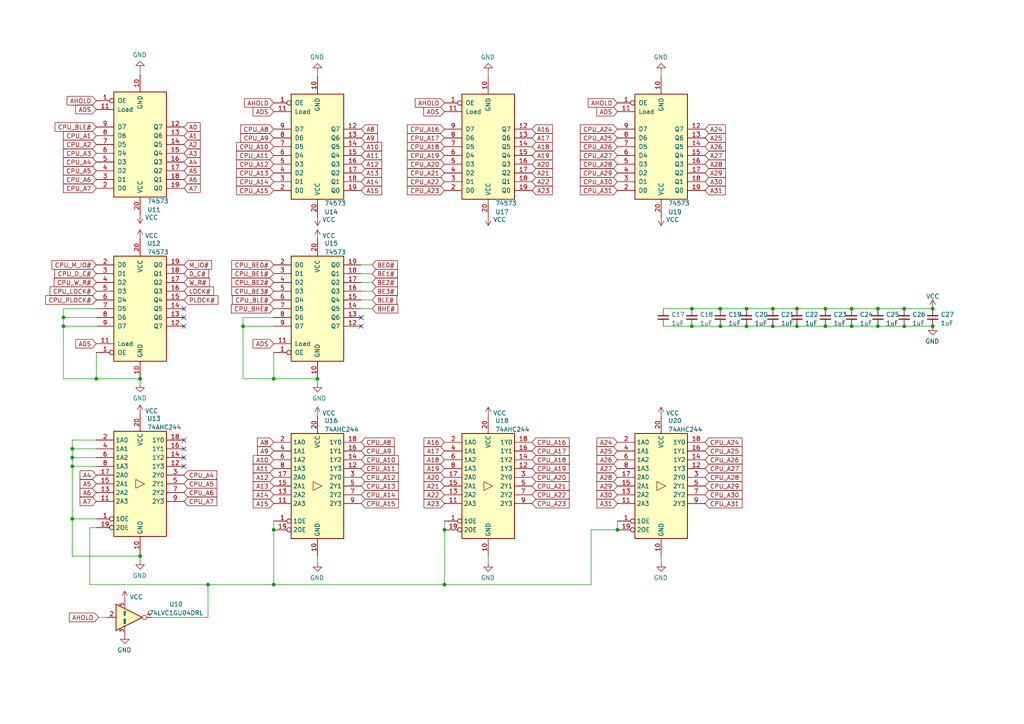
<source format=kicad_sch>
(kicad_sch (version 20211123) (generator eeschema)
  (paper "A4")
  (lib_symbols
    (symbol "74xGxx:74LVC1GU04DRL"
      (property "Reference" "U" (at -2.54 5.08 0))
      (property "Value" "74LVC1GU04DRL" (at 8.89 5.08 0))
      (symbol "74LVC1GU04DRL_0_1"
        (rectangle (start -2.54 3.81) (end -2.54 -3.81) (stroke (width 0.254)) (fill (type background)))
        (polyline (pts (xy -2.54 -3.81) (xy 5.08 0) (xy -2.54 3.81)) (stroke (width 0.254)) (fill (type background)))
        (circle (center 5.715 0) (radius 0.635))
      )
      (symbol "74LVC1GU04DRL_1_1"
        (pin no_connect line (at 5.08 0 180) (length 2.54) hide (name "NC") (number "1"))
        (pin input line (at -5.08 0 0) (length 2.54) (name "~") (number "2"))
        (pin power_in line (at 0 -5.08 90) (length 2.54) (name "GND") (number "3"))
        (pin output line (at 7.62 0 180) (length 1.27) (name "~") (number "4"))
        (pin power_in line (at 0 5.08 270) (length 2.54) (name "VCC") (number "5"))
      )
    )
    (symbol "74xx:74AHC244"
      (property "Reference" "U" (at -7.62 16.51 0))
      (property "Value" "74AHC244" (at -7.62 -16.51 0))
      (symbol "74AHC244_1_0"
        (polyline (pts (xy 1.27 0) (xy -1.27 1.27) (xy -1.27 -1.27) (xy 1.27 0)) (stroke (width 0.1524)))
        (pin input inverted (at -12.7 -10.16 0) (length 5.08) (name "1OE") (number "1"))
        (pin power_in line (at 0 -20.32 90) (length 5.08) (name "GND") (number "10"))
        (pin input line (at -12.7 -5.08 0) (length 5.08) (name "2A3") (number "11"))
        (pin tri_state line (at 12.7 5.08 180) (length 5.08) (name "1Y3") (number "12"))
        (pin input line (at -12.7 -2.54 0) (length 5.08) (name "2A2") (number "13"))
        (pin tri_state line (at 12.7 7.62 180) (length 5.08) (name "1Y2") (number "14"))
        (pin input line (at -12.7 0 0) (length 5.08) (name "2A1") (number "15"))
        (pin tri_state line (at 12.7 10.16 180) (length 5.08) (name "1Y1") (number "16"))
        (pin input line (at -12.7 2.54 0) (length 5.08) (name "2A0") (number "17"))
        (pin tri_state line (at 12.7 12.7 180) (length 5.08) (name "1Y0") (number "18"))
        (pin input inverted (at -12.7 -12.7 0) (length 5.08) (name "2OE") (number "19"))
        (pin input line (at -12.7 12.7 0) (length 5.08) (name "1A0") (number "2"))
        (pin power_in line (at 0 20.32 270) (length 5.08) (name "VCC") (number "20"))
        (pin tri_state line (at 12.7 2.54 180) (length 5.08) (name "2Y0") (number "3"))
        (pin input line (at -12.7 10.16 0) (length 5.08) (name "1A1") (number "4"))
        (pin tri_state line (at 12.7 0 180) (length 5.08) (name "2Y1") (number "5"))
        (pin input line (at -12.7 7.62 0) (length 5.08) (name "1A2") (number "6"))
        (pin tri_state line (at 12.7 -2.54 180) (length 5.08) (name "2Y2") (number "7"))
        (pin input line (at -12.7 5.08 0) (length 5.08) (name "1A3") (number "8"))
        (pin tri_state line (at 12.7 -5.08 180) (length 5.08) (name "2Y3") (number "9"))
      )
      (symbol "74AHC244_1_1"
        (rectangle (start -7.62 15.24) (end 7.62 -15.24) (stroke (width 0.254)) (fill (type background)))
      )
    )
    (symbol "74xx:74LS573" (pin_names (offset 1.016))
      (property "Reference" "U" (at -7.62 16.51 0))
      (property "Value" "74LS573" (at -7.62 -16.51 0))
      (symbol "74LS573_1_0"
        (pin input inverted (at -12.7 -12.7 0) (length 5.08) (name "OE") (number "1"))
        (pin power_in line (at 0 -20.32 90) (length 5.08) (name "GND") (number "10"))
        (pin input line (at -12.7 -10.16 0) (length 5.08) (name "Load") (number "11"))
        (pin tri_state line (at 12.7 -5.08 180) (length 5.08) (name "Q7") (number "12"))
        (pin tri_state line (at 12.7 -2.54 180) (length 5.08) (name "Q6") (number "13"))
        (pin tri_state line (at 12.7 0 180) (length 5.08) (name "Q5") (number "14"))
        (pin tri_state line (at 12.7 2.54 180) (length 5.08) (name "Q4") (number "15"))
        (pin tri_state line (at 12.7 5.08 180) (length 5.08) (name "Q3") (number "16"))
        (pin tri_state line (at 12.7 7.62 180) (length 5.08) (name "Q2") (number "17"))
        (pin tri_state line (at 12.7 10.16 180) (length 5.08) (name "Q1") (number "18"))
        (pin tri_state line (at 12.7 12.7 180) (length 5.08) (name "Q0") (number "19"))
        (pin input line (at -12.7 12.7 0) (length 5.08) (name "D0") (number "2"))
        (pin power_in line (at 0 20.32 270) (length 5.08) (name "VCC") (number "20"))
        (pin input line (at -12.7 10.16 0) (length 5.08) (name "D1") (number "3"))
        (pin input line (at -12.7 7.62 0) (length 5.08) (name "D2") (number "4"))
        (pin input line (at -12.7 5.08 0) (length 5.08) (name "D3") (number "5"))
        (pin input line (at -12.7 2.54 0) (length 5.08) (name "D4") (number "6"))
        (pin input line (at -12.7 0 0) (length 5.08) (name "D5") (number "7"))
        (pin input line (at -12.7 -2.54 0) (length 5.08) (name "D6") (number "8"))
        (pin input line (at -12.7 -5.08 0) (length 5.08) (name "D7") (number "9"))
      )
      (symbol "74LS573_1_1"
        (rectangle (start -7.62 15.24) (end 7.62 -15.24) (stroke (width 0.254)) (fill (type background)))
      )
    )
    (symbol "Device:C_Small" (pin_numbers hide) (pin_names (offset 0.254) hide)
      (property "Reference" "C" (at 0.254 1.778 0))
      (property "Value" "C_Small" (at 0.254 -2.032 0))
      (symbol "C_Small_0_1"
        (polyline (pts (xy -1.524 -0.508) (xy 1.524 -0.508)) (stroke (width 0.3302)))
        (polyline (pts (xy -1.524 0.508) (xy 1.524 0.508)) (stroke (width 0.3048)))
      )
      (symbol "C_Small_1_1"
        (pin passive line (at 0 2.54 270) (length 2.032) (name "~") (number "1"))
        (pin passive line (at 0 -2.54 90) (length 2.032) (name "~") (number "2"))
      )
    )
    (symbol "power:GND" (power) (pin_names (offset 0))
      (property "Value" "GND" (at 0 -3.81 0))
      (symbol "GND_0_1"
        (polyline (pts (xy 0 0) (xy 0 -1.27) (xy 1.27 -1.27) (xy 0 -2.54) (xy -1.27 -1.27) (xy 0 -1.27)))
      )
      (symbol "GND_1_1"
        (pin power_in line (at 0 0 270) (length 0) hide (name "GND") (number "1"))
      )
    )
    (symbol "power:VCC" (power) (pin_names (offset 0))
      (property "Value" "VCC" (at 0 3.81 0))
      (symbol "VCC_0_1"
        (polyline (pts (xy -0.762 1.27) (xy 0 2.54)))
        (polyline (pts (xy 0 0) (xy 0 2.54)))
        (polyline (pts (xy 0 2.54) (xy 0.762 1.27)))
      )
      (symbol "VCC_1_1"
        (pin power_in line (at 0 0 90) (length 0) hide (name "VCC") (number "1"))
      )
    )
  )
  (junction (at 254.635 94.615))
  (junction (at 262.255 94.615))
  (junction (at 239.395 89.535))
  (junction (at 224.155 89.535))
  (junction (at 254.635 89.535))
  (junction (at 179.07 153.67))
  (junction (at 247.015 94.615))
  (junction (at 20.955 130.175))
  (junction (at 239.395 94.615))
  (junction (at 224.155 94.615))
  (junction (at 216.535 89.535))
  (junction (at 92.075 109.855))
  (junction (at 79.375 109.855))
  (junction (at 270.51 94.615))
  (junction (at 70.485 94.615))
  (junction (at 20.955 132.715))
  (junction (at 40.64 161.29))
  (junction (at 40.64 109.855))
  (junction (at 208.915 89.535))
  (junction (at 270.51 89.535))
  (junction (at 79.375 169.545))
  (junction (at 208.915 94.615))
  (junction (at 79.375 153.67))
  (junction (at 60.325 169.545))
  (junction (at 216.535 94.615))
  (junction (at 18.415 92.075))
  (junction (at 20.955 150.495))
  (junction (at 128.905 153.67))
  (junction (at 231.14 94.615))
  (junction (at 128.905 169.545))
  (junction (at 262.255 89.535))
  (junction (at 231.14 89.535))
  (junction (at 27.94 109.855))
  (junction (at 200.66 94.615))
  (junction (at 18.415 94.615))
  (junction (at 247.015 89.535))
  (junction (at 200.66 89.535))
  (junction (at 20.955 135.255))
  (no_connect (at 104.775 94.615))
  (no_connect (at 53.34 135.255))
  (no_connect (at 53.34 127.635))
  (no_connect (at 53.34 94.615))
  (no_connect (at 104.775 92.075))
  (no_connect (at 53.34 89.535))
  (no_connect (at 53.34 132.715))
  (no_connect (at 53.34 130.175))
  (no_connect (at 53.34 92.075))
  (wire (pts (xy 27.94 89.535) (xy 18.415 89.535)))
  (wire (pts (xy 20.955 135.255) (xy 27.94 135.255)))
  (wire (pts (xy 107.95 86.995) (xy 104.775 86.995)))
  (wire (pts (xy 18.415 94.615) (xy 18.415 109.855)))
  (wire (pts (xy 20.955 132.715) (xy 27.94 132.715)))
  (wire (pts (xy 60.325 179.07) (xy 60.325 169.545)))
  (wire (pts (xy 141.605 20.955) (xy 141.605 22.225)))
  (wire (pts (xy 40.64 161.29) (xy 40.64 162.56)))
  (wire (pts (xy 92.075 163.195) (xy 92.075 161.29)))
  (wire (pts (xy 70.485 109.855) (xy 79.375 109.855)))
  (wire (pts (xy 26.035 169.545) (xy 60.325 169.545)))
  (wire (pts (xy 18.415 94.615) (xy 27.94 94.615)))
  (wire (pts (xy 171.45 169.545) (xy 171.45 153.67)))
  (wire (pts (xy 191.77 20.955) (xy 191.77 22.225)))
  (wire (pts (xy 27.94 109.855) (xy 40.64 109.855)))
  (wire (pts (xy 27.94 102.235) (xy 27.94 109.855)))
  (wire (pts (xy 200.66 89.535) (xy 208.915 89.535)))
  (wire (pts (xy 92.075 111.125) (xy 92.075 109.855)))
  (wire (pts (xy 20.955 132.715) (xy 20.955 130.175)))
  (wire (pts (xy 171.45 153.67) (xy 179.07 153.67)))
  (wire (pts (xy 247.015 94.615) (xy 254.635 94.615)))
  (wire (pts (xy 192.405 89.535) (xy 200.66 89.535)))
  (wire (pts (xy 79.375 169.545) (xy 128.905 169.545)))
  (wire (pts (xy 262.255 94.615) (xy 270.51 94.615)))
  (wire (pts (xy 179.07 151.13) (xy 179.07 153.67)))
  (wire (pts (xy 27.94 153.035) (xy 26.035 153.035)))
  (wire (pts (xy 20.955 135.255) (xy 20.955 132.715)))
  (wire (pts (xy 231.14 94.615) (xy 239.395 94.615)))
  (wire (pts (xy 128.905 151.13) (xy 128.905 153.67)))
  (wire (pts (xy 18.415 89.535) (xy 18.415 92.075)))
  (wire (pts (xy 20.955 150.495) (xy 20.955 135.255)))
  (wire (pts (xy 107.95 79.375) (xy 104.775 79.375)))
  (wire (pts (xy 26.035 153.035) (xy 26.035 169.545)))
  (wire (pts (xy 191.77 161.29) (xy 191.77 163.195)))
  (wire (pts (xy 231.14 89.535) (xy 239.395 89.535)))
  (wire (pts (xy 262.255 89.535) (xy 270.51 89.535)))
  (wire (pts (xy 79.375 102.235) (xy 79.375 109.855)))
  (wire (pts (xy 192.405 94.615) (xy 200.66 94.615)))
  (wire (pts (xy 254.635 89.535) (xy 262.255 89.535)))
  (wire (pts (xy 224.155 94.615) (xy 231.14 94.615)))
  (wire (pts (xy 79.375 151.13) (xy 79.375 153.67)))
  (wire (pts (xy 224.155 89.535) (xy 231.14 89.535)))
  (wire (pts (xy 107.95 84.455) (xy 104.775 84.455)))
  (wire (pts (xy 60.325 169.545) (xy 79.375 169.545)))
  (wire (pts (xy 18.415 109.855) (xy 27.94 109.855)))
  (wire (pts (xy 28.575 179.07) (xy 31.115 179.07)))
  (wire (pts (xy 107.95 76.835) (xy 104.775 76.835)))
  (wire (pts (xy 208.915 89.535) (xy 216.535 89.535)))
  (wire (pts (xy 79.375 109.855) (xy 92.075 109.855)))
  (wire (pts (xy 43.815 179.07) (xy 60.325 179.07)))
  (wire (pts (xy 20.955 130.175) (xy 27.94 130.175)))
  (wire (pts (xy 141.605 163.195) (xy 141.605 161.29)))
  (wire (pts (xy 20.955 127.635) (xy 27.94 127.635)))
  (wire (pts (xy 208.915 94.615) (xy 216.535 94.615)))
  (wire (pts (xy 40.64 160.655) (xy 40.64 161.29)))
  (wire (pts (xy 200.66 94.615) (xy 208.915 94.615)))
  (wire (pts (xy 107.95 89.535) (xy 104.775 89.535)))
  (wire (pts (xy 128.905 153.67) (xy 128.905 169.545)))
  (wire (pts (xy 40.64 161.29) (xy 20.955 161.29)))
  (wire (pts (xy 70.485 94.615) (xy 70.485 109.855)))
  (wire (pts (xy 79.375 169.545) (xy 79.375 153.67)))
  (wire (pts (xy 79.375 92.075) (xy 70.485 92.075)))
  (wire (pts (xy 70.485 92.075) (xy 70.485 94.615)))
  (wire (pts (xy 18.415 92.075) (xy 18.415 94.615)))
  (wire (pts (xy 92.075 20.955) (xy 92.075 22.225)))
  (wire (pts (xy 18.415 92.075) (xy 27.94 92.075)))
  (wire (pts (xy 107.95 81.915) (xy 104.775 81.915)))
  (wire (pts (xy 216.535 94.615) (xy 224.155 94.615)))
  (wire (pts (xy 27.94 150.495) (xy 20.955 150.495)))
  (wire (pts (xy 239.395 94.615) (xy 247.015 94.615)))
  (wire (pts (xy 20.955 130.175) (xy 20.955 127.635)))
  (wire (pts (xy 40.64 21.59) (xy 40.64 20.32)))
  (wire (pts (xy 40.64 111.125) (xy 40.64 109.855)))
  (wire (pts (xy 70.485 94.615) (xy 79.375 94.615)))
  (wire (pts (xy 128.905 169.545) (xy 171.45 169.545)))
  (wire (pts (xy 20.955 161.29) (xy 20.955 150.495)))
  (wire (pts (xy 239.395 89.535) (xy 247.015 89.535)))
  (wire (pts (xy 247.015 89.535) (xy 254.635 89.535)))
  (wire (pts (xy 216.535 89.535) (xy 224.155 89.535)))
  (wire (pts (xy 254.635 94.615) (xy 262.255 94.615)))
  (global_label "A2" (shape input) (at 53.34 41.91 0) (property "Intersheet References" "${INTERSHEET_REFS}" (effects hide)))
  (global_label "CPU_A7" (shape input) (at 27.94 54.61 180) (property "Intersheet References" "${INTERSHEET_REFS}" (effects hide)))
  (global_label "CPU_A27" (shape input) (at 179.07 45.085 180) (property "Intersheet References" "${INTERSHEET_REFS}" (effects hide)))
  (global_label "A19" (shape input) (at 128.905 135.89 180) (property "Intersheet References" "${INTERSHEET_REFS}" (effects hide)))
  (global_label "CPU_A16" (shape input) (at 128.905 37.465 180) (property "Intersheet References" "${INTERSHEET_REFS}" (effects hide)))
  (global_label "CPU_A21" (shape input) (at 154.305 140.97 0) (property "Intersheet References" "${INTERSHEET_REFS}" (effects hide)))
  (global_label "LOCK#" (shape input) (at 53.34 84.455 0) (property "Intersheet References" "${INTERSHEET_REFS}" (effects hide)))
  (global_label "CPU_A8" (shape input) (at 79.375 37.465 180) (property "Intersheet References" "${INTERSHEET_REFS}" (effects hide)))
  (global_label "A27" (shape input) (at 204.47 45.085 0) (property "Intersheet References" "${INTERSHEET_REFS}" (effects hide)))
  (global_label "CPU_A5" (shape input) (at 27.94 49.53 180) (property "Intersheet References" "${INTERSHEET_REFS}" (effects hide)))
  (global_label "CPU_A6" (shape input) (at 53.34 142.875 0) (property "Intersheet References" "${INTERSHEET_REFS}" (effects hide)))
  (global_label "A10" (shape input) (at 104.775 42.545 0) (property "Intersheet References" "${INTERSHEET_REFS}" (effects hide)))
  (global_label "A14" (shape input) (at 104.775 52.705 0) (property "Intersheet References" "${INTERSHEET_REFS}" (effects hide)))
  (global_label "CPU_A20" (shape input) (at 128.905 47.625 180) (property "Intersheet References" "${INTERSHEET_REFS}" (effects hide)))
  (global_label "A0" (shape input) (at 53.34 36.83 0) (property "Intersheet References" "${INTERSHEET_REFS}" (effects hide)))
  (global_label "CPU_A31" (shape input) (at 204.47 146.05 0) (property "Intersheet References" "${INTERSHEET_REFS}" (effects hide)))
  (global_label "CPU_A2" (shape input) (at 27.94 41.91 180) (property "Intersheet References" "${INTERSHEET_REFS}" (effects hide)))
  (global_label "CPU_A4" (shape input) (at 53.34 137.795 0) (property "Intersheet References" "${INTERSHEET_REFS}" (effects hide)))
  (global_label "CPU_BLE#" (shape input) (at 27.94 36.83 180) (property "Intersheet References" "${INTERSHEET_REFS}" (effects hide)))
  (global_label "A12" (shape input) (at 79.375 138.43 180) (property "Intersheet References" "${INTERSHEET_REFS}" (effects hide)))
  (global_label "BE1#" (shape input) (at 107.95 79.375 0) (property "Intersheet References" "${INTERSHEET_REFS}" (effects hide)))
  (global_label "CPU_A21" (shape input) (at 128.905 50.165 180) (property "Intersheet References" "${INTERSHEET_REFS}" (effects hide)))
  (global_label "PLOCK#" (shape input) (at 53.34 86.995 0) (property "Intersheet References" "${INTERSHEET_REFS}" (effects hide)))
  (global_label "CPU_W_R#" (shape input) (at 27.94 81.915 180) (property "Intersheet References" "${INTERSHEET_REFS}" (effects hide)))
  (global_label "CPU_A28" (shape input) (at 204.47 138.43 0) (property "Intersheet References" "${INTERSHEET_REFS}" (effects hide)))
  (global_label "CPU_A28" (shape input) (at 179.07 47.625 180) (property "Intersheet References" "${INTERSHEET_REFS}" (effects hide)))
  (global_label "CPU_A12" (shape input) (at 79.375 47.625 180) (property "Intersheet References" "${INTERSHEET_REFS}" (effects hide)))
  (global_label "AHOLD" (shape input) (at 28.575 179.07 180) (property "Intersheet References" "${INTERSHEET_REFS}" (effects hide)))
  (global_label "A18" (shape input) (at 154.305 42.545 0) (property "Intersheet References" "${INTERSHEET_REFS}" (effects hide)))
  (global_label "A14" (shape input) (at 79.375 143.51 180) (property "Intersheet References" "${INTERSHEET_REFS}" (effects hide)))
  (global_label "A24" (shape input) (at 179.07 128.27 180) (property "Intersheet References" "${INTERSHEET_REFS}" (effects hide)))
  (global_label "CPU_A3" (shape input) (at 27.94 44.45 180) (property "Intersheet References" "${INTERSHEET_REFS}" (effects hide)))
  (global_label "CPU_A16" (shape input) (at 154.305 128.27 0) (property "Intersheet References" "${INTERSHEET_REFS}" (effects hide)))
  (global_label "A31" (shape input) (at 179.07 146.05 180) (property "Intersheet References" "${INTERSHEET_REFS}" (effects hide)))
  (global_label "CPU_A24" (shape input) (at 179.07 37.465 180) (property "Intersheet References" "${INTERSHEET_REFS}" (effects hide)))
  (global_label "M_IO#" (shape input) (at 53.34 76.835 0) (property "Intersheet References" "${INTERSHEET_REFS}" (effects hide)))
  (global_label "CPU_A9" (shape input) (at 104.775 130.81 0) (property "Intersheet References" "${INTERSHEET_REFS}" (effects hide)))
  (global_label "A1" (shape input) (at 53.34 39.37 0) (property "Intersheet References" "${INTERSHEET_REFS}" (effects hide)))
  (global_label "A17" (shape input) (at 128.905 130.81 180) (property "Intersheet References" "${INTERSHEET_REFS}" (effects hide)))
  (global_label "A28" (shape input) (at 179.07 138.43 180) (property "Intersheet References" "${INTERSHEET_REFS}" (effects hide)))
  (global_label "CPU_A9" (shape input) (at 79.375 40.005 180) (property "Intersheet References" "${INTERSHEET_REFS}" (effects hide)))
  (global_label "A7" (shape input) (at 27.94 145.415 180) (property "Intersheet References" "${INTERSHEET_REFS}" (effects hide)))
  (global_label "AHOLD" (shape input) (at 179.07 29.845 180) (property "Intersheet References" "${INTERSHEET_REFS}" (effects hide)))
  (global_label "A22" (shape input) (at 128.905 143.51 180) (property "Intersheet References" "${INTERSHEET_REFS}" (effects hide)))
  (global_label "CPU_A12" (shape input) (at 104.775 138.43 0) (property "Intersheet References" "${INTERSHEET_REFS}" (effects hide)))
  (global_label "ADS" (shape input) (at 179.07 32.385 180) (property "Intersheet References" "${INTERSHEET_REFS}" (effects hide)))
  (global_label "BE0#" (shape input) (at 107.95 76.835 0) (property "Intersheet References" "${INTERSHEET_REFS}" (effects hide)))
  (global_label "CPU_A29" (shape input) (at 204.47 140.97 0) (property "Intersheet References" "${INTERSHEET_REFS}" (effects hide)))
  (global_label "CPU_A15" (shape input) (at 104.775 146.05 0) (property "Intersheet References" "${INTERSHEET_REFS}" (effects hide)))
  (global_label "CPU_A4" (shape input) (at 27.94 46.99 180) (property "Intersheet References" "${INTERSHEET_REFS}" (effects hide)))
  (global_label "A25" (shape input) (at 179.07 130.81 180) (property "Intersheet References" "${INTERSHEET_REFS}" (effects hide)))
  (global_label "CPU_A22" (shape input) (at 128.905 52.705 180) (property "Intersheet References" "${INTERSHEET_REFS}" (effects hide)))
  (global_label "A30" (shape input) (at 204.47 52.705 0) (property "Intersheet References" "${INTERSHEET_REFS}" (effects hide)))
  (global_label "CPU_A10" (shape input) (at 79.375 42.545 180) (property "Intersheet References" "${INTERSHEET_REFS}" (effects hide)))
  (global_label "A7" (shape input) (at 53.34 54.61 0) (property "Intersheet References" "${INTERSHEET_REFS}" (effects hide)))
  (global_label "A15" (shape input) (at 79.375 146.05 180) (property "Intersheet References" "${INTERSHEET_REFS}" (effects hide)))
  (global_label "CPU_A30" (shape input) (at 179.07 52.705 180) (property "Intersheet References" "${INTERSHEET_REFS}" (effects hide)))
  (global_label "CPU_A23" (shape input) (at 128.905 55.245 180) (property "Intersheet References" "${INTERSHEET_REFS}" (effects hide)))
  (global_label "A21" (shape input) (at 154.305 50.165 0) (property "Intersheet References" "${INTERSHEET_REFS}" (effects hide)))
  (global_label "CPU_LOCK#" (shape input) (at 27.94 84.455 180) (property "Intersheet References" "${INTERSHEET_REFS}" (effects hide)))
  (global_label "A29" (shape input) (at 204.47 50.165 0) (property "Intersheet References" "${INTERSHEET_REFS}" (effects hide)))
  (global_label "ADS" (shape input) (at 27.94 31.75 180) (property "Intersheet References" "${INTERSHEET_REFS}" (effects hide)))
  (global_label "AHOLD" (shape input) (at 27.94 29.21 180) (property "Intersheet References" "${INTERSHEET_REFS}" (effects hide)))
  (global_label "A11" (shape input) (at 104.775 45.085 0) (property "Intersheet References" "${INTERSHEET_REFS}" (effects hide)))
  (global_label "A8" (shape input) (at 104.775 37.465 0) (property "Intersheet References" "${INTERSHEET_REFS}" (effects hide)))
  (global_label "CPU_A13" (shape input) (at 79.375 50.165 180) (property "Intersheet References" "${INTERSHEET_REFS}" (effects hide)))
  (global_label "A23" (shape input) (at 128.905 146.05 180) (property "Intersheet References" "${INTERSHEET_REFS}" (effects hide)))
  (global_label "A19" (shape input) (at 154.305 45.085 0) (property "Intersheet References" "${INTERSHEET_REFS}" (effects hide)))
  (global_label "CPU_D_C#" (shape input) (at 27.94 79.375 180) (property "Intersheet References" "${INTERSHEET_REFS}" (effects hide)))
  (global_label "A26" (shape input) (at 204.47 42.545 0) (property "Intersheet References" "${INTERSHEET_REFS}" (effects hide)))
  (global_label "CPU_A19" (shape input) (at 128.905 45.085 180) (property "Intersheet References" "${INTERSHEET_REFS}" (effects hide)))
  (global_label "A10" (shape input) (at 79.375 133.35 180) (property "Intersheet References" "${INTERSHEET_REFS}" (effects hide)))
  (global_label "CPU_A22" (shape input) (at 154.305 143.51 0) (property "Intersheet References" "${INTERSHEET_REFS}" (effects hide)))
  (global_label "A24" (shape input) (at 204.47 37.465 0) (property "Intersheet References" "${INTERSHEET_REFS}" (effects hide)))
  (global_label "BE2#" (shape input) (at 107.95 81.915 0) (property "Intersheet References" "${INTERSHEET_REFS}" (effects hide)))
  (global_label "CPU_A11" (shape input) (at 79.375 45.085 180) (property "Intersheet References" "${INTERSHEET_REFS}" (effects hide)))
  (global_label "ADS" (shape input) (at 27.94 99.695 180) (property "Intersheet References" "${INTERSHEET_REFS}" (effects hide)))
  (global_label "A5" (shape input) (at 53.34 49.53 0) (property "Intersheet References" "${INTERSHEET_REFS}" (effects hide)))
  (global_label "A4" (shape input) (at 27.94 137.795 180) (property "Intersheet References" "${INTERSHEET_REFS}" (effects hide)))
  (global_label "CPU_A8" (shape input) (at 104.775 128.27 0) (property "Intersheet References" "${INTERSHEET_REFS}" (effects hide)))
  (global_label "CPU_A30" (shape input) (at 204.47 143.51 0) (property "Intersheet References" "${INTERSHEET_REFS}" (effects hide)))
  (global_label "CPU_BE0#" (shape input) (at 79.375 76.835 180) (property "Intersheet References" "${INTERSHEET_REFS}" (effects hide)))
  (global_label "A11" (shape input) (at 79.375 135.89 180) (property "Intersheet References" "${INTERSHEET_REFS}" (effects hide)))
  (global_label "CPU_BE2#" (shape input) (at 79.375 81.915 180) (property "Intersheet References" "${INTERSHEET_REFS}" (effects hide)))
  (global_label "CPU_A24" (shape input) (at 204.47 128.27 0) (property "Intersheet References" "${INTERSHEET_REFS}" (effects hide)))
  (global_label "BLE#" (shape input) (at 107.95 86.995 0) (property "Intersheet References" "${INTERSHEET_REFS}" (effects hide)))
  (global_label "CPU_A31" (shape input) (at 179.07 55.245 180) (property "Intersheet References" "${INTERSHEET_REFS}" (effects hide)))
  (global_label "A4" (shape input) (at 53.34 46.99 0) (property "Intersheet References" "${INTERSHEET_REFS}" (effects hide)))
  (global_label "ADS" (shape input) (at 79.375 32.385 180) (property "Intersheet References" "${INTERSHEET_REFS}" (effects hide)))
  (global_label "CPU_A26" (shape input) (at 179.07 42.545 180) (property "Intersheet References" "${INTERSHEET_REFS}" (effects hide)))
  (global_label "A20" (shape input) (at 154.305 47.625 0) (property "Intersheet References" "${INTERSHEET_REFS}" (effects hide)))
  (global_label "CPU_A5" (shape input) (at 53.34 140.335 0) (property "Intersheet References" "${INTERSHEET_REFS}" (effects hide)))
  (global_label "A13" (shape input) (at 104.775 50.165 0) (property "Intersheet References" "${INTERSHEET_REFS}" (effects hide)))
  (global_label "A17" (shape input) (at 154.305 40.005 0) (property "Intersheet References" "${INTERSHEET_REFS}" (effects hide)))
  (global_label "A31" (shape input) (at 204.47 55.245 0) (property "Intersheet References" "${INTERSHEET_REFS}" (effects hide)))
  (global_label "A30" (shape input) (at 179.07 143.51 180) (property "Intersheet References" "${INTERSHEET_REFS}" (effects hide)))
  (global_label "A29" (shape input) (at 179.07 140.97 180) (property "Intersheet References" "${INTERSHEET_REFS}" (effects hide)))
  (global_label "A16" (shape input) (at 128.905 128.27 180) (property "Intersheet References" "${INTERSHEET_REFS}" (effects hide)))
  (global_label "A8" (shape input) (at 79.375 128.27 180) (property "Intersheet References" "${INTERSHEET_REFS}" (effects hide)))
  (global_label "CPU_BHE#" (shape input) (at 79.375 89.535 180) (property "Intersheet References" "${INTERSHEET_REFS}" (effects hide)))
  (global_label "A6" (shape input) (at 27.94 142.875 180) (property "Intersheet References" "${INTERSHEET_REFS}" (effects hide)))
  (global_label "CPU_A15" (shape input) (at 79.375 55.245 180) (property "Intersheet References" "${INTERSHEET_REFS}" (effects hide)))
  (global_label "A9" (shape input) (at 104.775 40.005 0) (property "Intersheet References" "${INTERSHEET_REFS}" (effects hide)))
  (global_label "CPU_A20" (shape input) (at 154.305 138.43 0) (property "Intersheet References" "${INTERSHEET_REFS}" (effects hide)))
  (global_label "CPU_A18" (shape input) (at 128.905 42.545 180) (property "Intersheet References" "${INTERSHEET_REFS}" (effects hide)))
  (global_label "CPU_A7" (shape input) (at 53.34 145.415 0) (property "Intersheet References" "${INTERSHEET_REFS}" (effects hide)))
  (global_label "CPU_A10" (shape input) (at 104.775 133.35 0) (property "Intersheet References" "${INTERSHEET_REFS}" (effects hide)))
  (global_label "BHE#" (shape input) (at 107.95 89.535 0) (property "Intersheet References" "${INTERSHEET_REFS}" (effects hide)))
  (global_label "CPU_A14" (shape input) (at 104.775 143.51 0) (property "Intersheet References" "${INTERSHEET_REFS}" (effects hide)))
  (global_label "CPU_BE3#" (shape input) (at 79.375 84.455 180) (property "Intersheet References" "${INTERSHEET_REFS}" (effects hide)))
  (global_label "CPU_A26" (shape input) (at 204.47 133.35 0) (property "Intersheet References" "${INTERSHEET_REFS}" (effects hide)))
  (global_label "A16" (shape input) (at 154.305 37.465 0) (property "Intersheet References" "${INTERSHEET_REFS}" (effects hide)))
  (global_label "A20" (shape input) (at 128.905 138.43 180) (property "Intersheet References" "${INTERSHEET_REFS}" (effects hide)))
  (global_label "A18" (shape input) (at 128.905 133.35 180) (property "Intersheet References" "${INTERSHEET_REFS}" (effects hide)))
  (global_label "A5" (shape input) (at 27.94 140.335 180) (property "Intersheet References" "${INTERSHEET_REFS}" (effects hide)))
  (global_label "CPU_A23" (shape input) (at 154.305 146.05 0) (property "Intersheet References" "${INTERSHEET_REFS}" (effects hide)))
  (global_label "CPU_A1" (shape input) (at 27.94 39.37 180) (property "Intersheet References" "${INTERSHEET_REFS}" (effects hide)))
  (global_label "A6" (shape input) (at 53.34 52.07 0) (property "Intersheet References" "${INTERSHEET_REFS}" (effects hide)))
  (global_label "ADS" (shape input) (at 79.375 99.695 180) (property "Intersheet References" "${INTERSHEET_REFS}" (effects hide)))
  (global_label "CPU_A14" (shape input) (at 79.375 52.705 180) (property "Intersheet References" "${INTERSHEET_REFS}" (effects hide)))
  (global_label "A12" (shape input) (at 104.775 47.625 0) (property "Intersheet References" "${INTERSHEET_REFS}" (effects hide)))
  (global_label "AHOLD" (shape input) (at 79.375 29.845 180) (property "Intersheet References" "${INTERSHEET_REFS}" (effects hide)))
  (global_label "CPU_A25" (shape input) (at 204.47 130.81 0) (property "Intersheet References" "${INTERSHEET_REFS}" (effects hide)))
  (global_label "W_R#" (shape input) (at 53.34 81.915 0) (property "Intersheet References" "${INTERSHEET_REFS}" (effects hide)))
  (global_label "CPU_A18" (shape input) (at 154.305 133.35 0) (property "Intersheet References" "${INTERSHEET_REFS}" (effects hide)))
  (global_label "A27" (shape input) (at 179.07 135.89 180) (property "Intersheet References" "${INTERSHEET_REFS}" (effects hide)))
  (global_label "A13" (shape input) (at 79.375 140.97 180) (property "Intersheet References" "${INTERSHEET_REFS}" (effects hide)))
  (global_label "CPU_PLOCK#" (shape input) (at 27.94 86.995 180) (property "Intersheet References" "${INTERSHEET_REFS}" (effects hide)))
  (global_label "CPU_A29" (shape input) (at 179.07 50.165 180) (property "Intersheet References" "${INTERSHEET_REFS}" (effects hide)))
  (global_label "CPU_A17" (shape input) (at 128.905 40.005 180) (property "Intersheet References" "${INTERSHEET_REFS}" (effects hide)))
  (global_label "A23" (shape input) (at 154.305 55.245 0) (property "Intersheet References" "${INTERSHEET_REFS}" (effects hide)))
  (global_label "A15" (shape input) (at 104.775 55.245 0) (property "Intersheet References" "${INTERSHEET_REFS}" (effects hide)))
  (global_label "AHOLD" (shape input) (at 128.905 29.845 180) (property "Intersheet References" "${INTERSHEET_REFS}" (effects hide)))
  (global_label "CPU_M_IO#" (shape input) (at 27.94 76.835 180) (property "Intersheet References" "${INTERSHEET_REFS}" (effects hide)))
  (global_label "BE3#" (shape input) (at 107.95 84.455 0) (property "Intersheet References" "${INTERSHEET_REFS}" (effects hide)))
  (global_label "CPU_A17" (shape input) (at 154.305 130.81 0) (property "Intersheet References" "${INTERSHEET_REFS}" (effects hide)))
  (global_label "A21" (shape input) (at 128.905 140.97 180) (property "Intersheet References" "${INTERSHEET_REFS}" (effects hide)))
  (global_label "A25" (shape input) (at 204.47 40.005 0) (property "Intersheet References" "${INTERSHEET_REFS}" (effects hide)))
  (global_label "CPU_A25" (shape input) (at 179.07 40.005 180) (property "Intersheet References" "${INTERSHEET_REFS}" (effects hide)))
  (global_label "CPU_BLE#" (shape input) (at 79.375 86.995 180) (property "Intersheet References" "${INTERSHEET_REFS}" (effects hide)))
  (global_label "A28" (shape input) (at 204.47 47.625 0) (property "Intersheet References" "${INTERSHEET_REFS}" (effects hide)))
  (global_label "CPU_A19" (shape input) (at 154.305 135.89 0) (property "Intersheet References" "${INTERSHEET_REFS}" (effects hide)))
  (global_label "A9" (shape input) (at 79.375 130.81 180) (property "Intersheet References" "${INTERSHEET_REFS}" (effects hide)))
  (global_label "CPU_A6" (shape input) (at 27.94 52.07 180) (property "Intersheet References" "${INTERSHEET_REFS}" (effects hide)))
  (global_label "CPU_A13" (shape input) (at 104.775 140.97 0) (property "Intersheet References" "${INTERSHEET_REFS}" (effects hide)))
  (global_label "ADS" (shape input) (at 128.905 32.385 180) (property "Intersheet References" "${INTERSHEET_REFS}" (effects hide)))
  (global_label "CPU_BE1#" (shape input) (at 79.375 79.375 180) (property "Intersheet References" "${INTERSHEET_REFS}" (effects hide)))
  (global_label "A22" (shape input) (at 154.305 52.705 0) (property "Intersheet References" "${INTERSHEET_REFS}" (effects hide)))
  (global_label "CPU_A11" (shape input) (at 104.775 135.89 0) (property "Intersheet References" "${INTERSHEET_REFS}" (effects hide)))
  (global_label "CPU_A27" (shape input) (at 204.47 135.89 0) (property "Intersheet References" "${INTERSHEET_REFS}" (effects hide)))
  (global_label "A26" (shape input) (at 179.07 133.35 180) (property "Intersheet References" "${INTERSHEET_REFS}" (effects hide)))
  (global_label "D_C#" (shape input) (at 53.34 79.375 0) (property "Intersheet References" "${INTERSHEET_REFS}" (effects hide)))
  (global_label "A3" (shape input) (at 53.34 44.45 0) (property "Intersheet References" "${INTERSHEET_REFS}" (effects hide)))
  (symbol (lib_id "Device:C_Small") (at 200.66 92.075 180) (unit 1)
    (property "Reference" "C18" (at 202.9841 91.2339 0) (effects (justify right)))
    (property "Value" "1uF" (at 202.9841 93.7708 0) (effects (justify right)))
    (property "Footprint" "Capacitor_SMD:C_0805_2012Metric_Pad1.18x1.45mm_HandSolder" (effects hide))
  )
  (symbol (lib_id "Device:C_Small") (at 254.635 92.075 180) (unit 1)
    (property "Reference" "C25" (at 256.9591 91.2339 0) (effects (justify right)))
    (property "Value" "1uF" (at 256.9591 93.7708 0) (effects (justify right)))
    (property "Footprint" "Capacitor_SMD:C_0805_2012Metric_Pad1.18x1.45mm_HandSolder" (effects hide))
  )
  (symbol (lib_id "74xx:74AHC244") (at 40.64 140.335 0) (unit 1)
    (property "Reference" "U13" (at 42.6594 121.3952 0) (effects (justify left)))
    (property "Value" "74AHC244" (at 42.6594 123.9321 0) (effects (justify left)))
    (property "Footprint" "Package_SO:SOIC-20W_7.5x12.8mm_P1.27mm" (effects hide))
    (property "Datasheet" "https://assets.nexperia.com/documents/data-sheet/74AHC_AHCT244.pdf" (effects hide))
  )
  (symbol (lib_id "power:VCC") (at 141.605 120.65 0) (unit 1)
    (property "Reference" "#PWR056" (effects hide))
    (property "Value" "VCC" (at 143.002 119.8138 0) (effects (justify left)))
  )
  (symbol (lib_id "Device:C_Small") (at 216.535 92.075 180) (unit 1)
    (property "Reference" "C20" (at 218.8591 91.2339 0) (effects (justify right)))
    (property "Value" "1uF" (at 218.8591 93.7708 0) (effects (justify right)))
    (property "Footprint" "Capacitor_SMD:C_0805_2012Metric_Pad1.18x1.45mm_HandSolder" (effects hide))
  )
  (symbol (lib_id "74xx:74AHC244") (at 191.77 140.97 0) (unit 1)
    (property "Reference" "U20" (at 193.7894 122.0302 0) (effects (justify left)))
    (property "Value" "74AHC244" (at 193.7894 124.5671 0) (effects (justify left)))
    (property "Footprint" "Package_SO:SOIC-20W_7.5x12.8mm_P1.27mm" (effects hide))
    (property "Datasheet" "https://assets.nexperia.com/documents/data-sheet/74AHC_AHCT244.pdf" (effects hide))
  )
  (symbol (lib_id "power:GND") (at 141.605 20.955 180) (unit 1)
    (property "Reference" "#PWR054" (effects hide))
    (property "Value" "GND" (at 141.478 16.5608 0))
  )
  (symbol (lib_id "power:GND") (at 191.77 163.195 0) (mirror y) (unit 1)
    (property "Reference" "#PWR061" (effects hide))
    (property "Value" "GND" (at 191.643 167.5892 0))
  )
  (symbol (lib_id "Device:C_Small") (at 247.015 92.075 180) (unit 1)
    (property "Reference" "C24" (at 249.3391 91.2339 0) (effects (justify right)))
    (property "Value" "1uF" (at 249.3391 93.7708 0) (effects (justify right)))
    (property "Footprint" "Capacitor_SMD:C_0805_2012Metric_Pad1.18x1.45mm_HandSolder" (effects hide))
  )
  (symbol (lib_id "74xx:74LS573") (at 92.075 89.535 0) (unit 1)
    (property "Reference" "U15" (at 94.0944 70.5952 0) (effects (justify left)))
    (property "Value" "74573" (at 94.0944 73.1321 0) (effects (justify left)))
    (property "Footprint" "Package_SO:SOIC-20W_7.5x12.8mm_P1.27mm" (effects hide))
    (property "Datasheet" "74xx/74hc573.pdf" (effects hide))
  )
  (symbol (lib_id "power:GND") (at 191.77 20.955 180) (unit 1)
    (property "Reference" "#PWR058" (effects hide))
    (property "Value" "GND" (at 191.643 16.5608 0))
  )
  (symbol (lib_id "power:VCC") (at 40.64 62.23 0) (mirror x) (unit 1)
    (property "Reference" "#PWR043" (effects hide))
    (property "Value" "VCC" (at 42.037 63.0662 0) (effects (justify left)))
  )
  (symbol (lib_id "power:VCC") (at 92.075 62.865 0) (mirror x) (unit 1)
    (property "Reference" "#PWR049" (effects hide))
    (property "Value" "VCC" (at 93.472 63.7012 0) (effects (justify left)))
  )
  (symbol (lib_id "power:GND") (at 36.195 184.15 0) (mirror y) (unit 1)
    (property "Reference" "#PWR041" (effects hide))
    (property "Value" "GND" (at 36.068 188.5442 0))
  )
  (symbol (lib_id "power:VCC") (at 141.605 62.865 0) (mirror x) (unit 1)
    (property "Reference" "#PWR055" (effects hide))
    (property "Value" "VCC" (at 143.002 63.7012 0) (effects (justify left)))
  )
  (symbol (lib_id "power:VCC") (at 40.64 69.215 0) (unit 1)
    (property "Reference" "#PWR044" (effects hide))
    (property "Value" "VCC" (at 42.037 68.3788 0) (effects (justify left)))
  )
  (symbol (lib_id "power:GND") (at 92.075 163.195 0) (mirror y) (unit 1)
    (property "Reference" "#PWR053" (effects hide))
    (property "Value" "GND" (at 91.948 167.5892 0))
  )
  (symbol (lib_id "74xx:74LS573") (at 191.77 42.545 0) (mirror x) (unit 1)
    (property "Reference" "U19" (at 193.7894 61.4848 0) (effects (justify left)))
    (property "Value" "74573" (at 193.7894 58.9479 0) (effects (justify left)))
    (property "Footprint" "Package_SO:SOIC-20W_7.5x12.8mm_P1.27mm" (effects hide))
    (property "Datasheet" "74xx/74hc573.pdf" (effects hide))
  )
  (symbol (lib_id "power:GND") (at 92.075 111.125 0) (mirror y) (unit 1)
    (property "Reference" "#PWR051" (effects hide))
    (property "Value" "GND" (at 92.583 115.5192 0))
  )
  (symbol (lib_id "power:GND") (at 270.51 94.615 0) (mirror y) (unit 1)
    (property "Reference" "#PWR063" (effects hide))
    (property "Value" "GND" (at 270.383 99.0092 0))
  )
  (symbol (lib_id "Device:C_Small") (at 231.14 92.075 180) (unit 1)
    (property "Reference" "C22" (at 233.4641 91.2339 0) (effects (justify right)))
    (property "Value" "1uF" (at 233.4641 93.7708 0) (effects (justify right)))
    (property "Footprint" "Capacitor_SMD:C_0805_2012Metric_Pad1.18x1.45mm_HandSolder" (effects hide))
  )
  (symbol (lib_id "power:VCC") (at 92.075 120.65 0) (unit 1)
    (property "Reference" "#PWR052" (effects hide))
    (property "Value" "VCC" (at 93.472 119.8138 0) (effects (justify left)))
  )
  (symbol (lib_id "power:GND") (at 40.64 111.125 0) (mirror y) (unit 1)
    (property "Reference" "#PWR045" (effects hide))
    (property "Value" "GND" (at 40.513 115.5192 0))
  )
  (symbol (lib_id "74xx:74AHC244") (at 141.605 140.97 0) (unit 1)
    (property "Reference" "U18" (at 143.6244 122.0302 0) (effects (justify left)))
    (property "Value" "74AHC244" (at 143.6244 124.5671 0) (effects (justify left)))
    (property "Footprint" "Package_SO:SOIC-20W_7.5x12.8mm_P1.27mm" (effects hide))
    (property "Datasheet" "https://assets.nexperia.com/documents/data-sheet/74AHC_AHCT244.pdf" (effects hide))
  )
  (symbol (lib_id "Device:C_Small") (at 270.51 92.075 180) (unit 1)
    (property "Reference" "C27" (at 272.8341 91.2339 0) (effects (justify right)))
    (property "Value" "1uF" (at 272.8341 93.7708 0) (effects (justify right)))
    (property "Footprint" "Capacitor_SMD:C_0805_2012Metric_Pad1.18x1.45mm_HandSolder" (effects hide))
  )
  (symbol (lib_id "Device:C_Small") (at 224.155 92.075 180) (unit 1)
    (property "Reference" "C21" (at 226.4791 91.2339 0) (effects (justify right)))
    (property "Value" "1uF" (at 226.4791 93.7708 0) (effects (justify right)))
    (property "Footprint" "Capacitor_SMD:C_0805_2012Metric_Pad1.18x1.45mm_HandSolder" (effects hide))
  )
  (symbol (lib_id "power:VCC") (at 191.77 120.65 0) (unit 1)
    (property "Reference" "#PWR060" (effects hide))
    (property "Value" "VCC" (at 193.167 119.8138 0) (effects (justify left)))
  )
  (symbol (lib_id "Device:C_Small") (at 192.405 92.075 180) (unit 1)
    (property "Reference" "C17" (at 194.7291 91.2339 0) (effects (justify right)))
    (property "Value" "1uF" (at 194.7291 93.7708 0) (effects (justify right)))
    (property "Footprint" "Capacitor_SMD:C_0805_2012Metric_Pad1.18x1.45mm_HandSolder" (effects hide))
  )
  (symbol (lib_id "74xx:74LS573") (at 141.605 42.545 0) (mirror x) (unit 1)
    (property "Reference" "U17" (at 143.6244 61.4848 0) (effects (justify left)))
    (property "Value" "74573" (at 143.6244 58.9479 0) (effects (justify left)))
    (property "Footprint" "Package_SO:SOIC-20W_7.5x12.8mm_P1.27mm" (effects hide))
    (property "Datasheet" "74xx/74hc573.pdf" (effects hide))
  )
  (symbol (lib_id "Device:C_Small") (at 239.395 92.075 180) (unit 1)
    (property "Reference" "C23" (at 241.7191 91.2339 0) (effects (justify right)))
    (property "Value" "1uF" (at 241.7191 93.7708 0) (effects (justify right)))
    (property "Footprint" "Capacitor_SMD:C_0805_2012Metric_Pad1.18x1.45mm_HandSolder" (effects hide))
  )
  (symbol (lib_id "power:VCC") (at 36.195 173.99 0) (unit 1)
    (property "Reference" "#PWR040" (effects hide))
    (property "Value" "VCC" (at 37.592 173.1538 0) (effects (justify left)))
  )
  (symbol (lib_id "power:VCC") (at 92.075 69.215 0) (unit 1)
    (property "Reference" "#PWR050" (effects hide))
    (property "Value" "VCC" (at 93.472 68.3788 0) (effects (justify left)))
  )
  (symbol (lib_id "74xx:74LS573") (at 40.64 41.91 0) (mirror x) (unit 1)
    (property "Reference" "U11" (at 42.6594 60.8498 0) (effects (justify left)))
    (property "Value" "74573" (at 42.6594 58.3129 0) (effects (justify left)))
    (property "Footprint" "Package_SO:SOIC-20W_7.5x12.8mm_P1.27mm" (effects hide))
    (property "Datasheet" "74xx/74hc573.pdf" (effects hide))
  )
  (symbol (lib_id "power:GND") (at 40.64 162.56 0) (mirror y) (unit 1)
    (property "Reference" "#PWR047" (effects hide))
    (property "Value" "GND" (at 40.513 166.9542 0))
  )
  (symbol (lib_id "Device:C_Small") (at 208.915 92.075 180) (unit 1)
    (property "Reference" "C19" (at 211.2391 91.2339 0) (effects (justify right)))
    (property "Value" "1uF" (at 211.2391 93.7708 0) (effects (justify right)))
    (property "Footprint" "Capacitor_SMD:C_0805_2012Metric_Pad1.18x1.45mm_HandSolder" (effects hide))
  )
  (symbol (lib_id "74xx:74AHC244") (at 92.075 140.97 0) (unit 1)
    (property "Reference" "U16" (at 94.0944 122.0302 0) (effects (justify left)))
    (property "Value" "74AHC244" (at 94.0944 124.5671 0) (effects (justify left)))
    (property "Footprint" "Package_SO:SOIC-20W_7.5x12.8mm_P1.27mm" (effects hide))
    (property "Datasheet" "https://assets.nexperia.com/documents/data-sheet/74AHC_AHCT244.pdf" (effects hide))
  )
  (symbol (lib_id "Device:C_Small") (at 262.255 92.075 180) (unit 1)
    (property "Reference" "C26" (at 264.5791 91.2339 0) (effects (justify right)))
    (property "Value" "1uF" (at 264.5791 93.7708 0) (effects (justify right)))
    (property "Footprint" "Capacitor_SMD:C_0805_2012Metric_Pad1.18x1.45mm_HandSolder" (effects hide))
  )
  (symbol (lib_id "power:GND") (at 92.075 20.955 180) (unit 1)
    (property "Reference" "#PWR048" (effects hide))
    (property "Value" "GND" (at 91.948 16.5608 0))
  )
  (symbol (lib_id "74xGxx:74LVC1GU04DRL") (at 36.195 179.07 0) (unit 1)
    (property "Reference" "U10" (at 51.0608 175.2433 0))
    (property "Value" "74LVC1GU04DRL" (at 51.0608 177.7802 0))
    (property "Footprint" "Package_TO_SOT_SMD:SOT-553" (effects hide))
    (property "Datasheet" "http://www.ti.com/lit/ds/symlink/sn74lvc1gu04.pdf" (effects hide))
  )
  (symbol (lib_id "power:VCC") (at 270.51 89.535 0) (unit 1)
    (property "Reference" "#PWR062" (effects hide))
    (property "Value" "VCC" (at 270.51 85.9592 0))
  )
  (symbol (lib_id "74xx:74LS573") (at 92.075 42.545 0) (mirror x) (unit 1)
    (property "Reference" "U14" (at 94.0944 61.4848 0) (effects (justify left)))
    (property "Value" "74573" (at 94.0944 58.9479 0) (effects (justify left)))
    (property "Footprint" "Package_SO:SOIC-20W_7.5x12.8mm_P1.27mm" (effects hide))
    (property "Datasheet" "74xx/74hc573.pdf" (effects hide))
  )
  (symbol (lib_id "power:GND") (at 141.605 163.195 0) (mirror y) (unit 1)
    (property "Reference" "#PWR057" (effects hide))
    (property "Value" "GND" (at 141.478 167.5892 0))
  )
  (symbol (lib_id "74xx:74LS573") (at 40.64 89.535 0) (unit 1)
    (property "Reference" "U12" (at 42.6594 70.5952 0) (effects (justify left)))
    (property "Value" "74573" (at 42.6594 73.1321 0) (effects (justify left)))
    (property "Footprint" "Package_SO:SOIC-20W_7.5x12.8mm_P1.27mm" (effects hide))
    (property "Datasheet" "74xx/74hc573.pdf" (effects hide))
  )
  (symbol (lib_id "power:VCC") (at 40.64 120.015 0) (unit 1)
    (property "Reference" "#PWR046" (effects hide))
    (property "Value" "VCC" (at 42.037 119.1788 0) (effects (justify left)))
  )
  (symbol (lib_id "power:VCC") (at 191.77 62.865 0) (mirror x) (unit 1)
    (property "Reference" "#PWR059" (effects hide))
    (property "Value" "VCC" (at 193.167 63.7012 0) (effects (justify left)))
  )
  (symbol (lib_id "power:GND") (at 40.64 20.32 180) (unit 1)
    (property "Reference" "#PWR042" (effects hide))
    (property "Value" "GND" (at 40.513 15.9258 0))
  )
)
</source>
